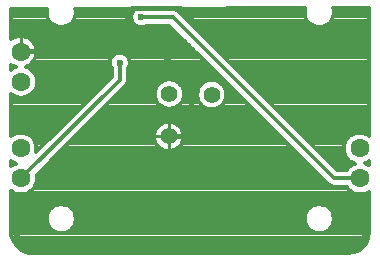
<source format=gbr>
%TF.GenerationSoftware,Novarm,DipTrace,3.2.0.1*%
%TF.CreationDate,2019-10-13T00:02:01+02:00*%
%FSLAX35Y35*%
%MOMM*%
%TF.FileFunction,Copper,L2,Bot*%
%TF.Part,Single*%
%TA.AperFunction,CopperBalancing*%
%ADD10C,0.25*%
%TA.AperFunction,Conductor*%
%ADD15C,0.4*%
%ADD16C,0.3*%
%TA.AperFunction,CopperBalancing*%
%ADD17C,0.35*%
%TA.AperFunction,ComponentPad*%
%ADD22C,1.6*%
%ADD23C,1.6*%
%ADD26C,1.4*%
%TA.AperFunction,ViaPad*%
%ADD27C,0.6*%
G75*
G01*
%LPD*%
X-182367Y-176800D2*
D15*
X-42977D1*
X5743Y-128080D1*
Y276593D1*
X-264410Y546747D1*
X-539317D1*
X-804783D1*
X-1427253D1*
X-1435000Y539000D1*
X-539317Y546747D2*
Y858680D1*
X-491390Y906607D1*
X-85720D1*
X255093Y565793D1*
X609240D1*
X-802737Y547193D2*
D16*
X-804783Y546747D1*
X1439000Y-533000D2*
X1216723D1*
X-147173Y830897D1*
X-414820D1*
X-596003Y446760D2*
Y301997D1*
X-1431000Y-533000D1*
D27*
X-414820Y830897D3*
X609240Y565793D3*
X-802737Y547193D3*
X-596003Y446760D3*
X-1478970Y858003D3*
X-1400993Y858200D3*
X-1479970Y778630D3*
X1485580Y864790D3*
X1489597Y791373D3*
X1406580Y864227D3*
X1437130Y-1081940D3*
X1479890Y-997570D3*
X1352763Y-1120077D3*
X-1431407Y-1084030D3*
X-1469543Y-1008657D3*
X-1356717Y-1124710D3*
X-1512680Y873423D2*
D17*
X-1219857D1*
X-965123D2*
X-490667D1*
X-88757D2*
X965113D1*
X1219917D2*
X1506657D1*
X-1512680Y838757D2*
X-1214457D1*
X-970523D2*
X-501877D1*
X-54097D2*
X970513D1*
X1214447D2*
X1506657D1*
X-1512613Y804090D2*
X-1197570D1*
X-987407D2*
X-497843D1*
X-19440D2*
X987400D1*
X1197633D2*
X1506727D1*
X-1512543Y769423D2*
X-1160863D1*
X-1024183D2*
X-475423D1*
X15220D2*
X1024177D1*
X1160853D2*
X1506727D1*
X-1512477Y734757D2*
X-151947D1*
X49877D2*
X1506793D1*
X-1512407Y700090D2*
X-117287D1*
X84603D2*
X1506793D1*
X-1512407Y665423D2*
X-1482630D1*
X-1387377D2*
X-82630D1*
X119263D2*
X1506863D1*
X-1333990Y630757D2*
X-47973D1*
X153920D2*
X1506863D1*
X-1310407Y596090D2*
X-13313D1*
X188580D2*
X1506930D1*
X-1299467Y561423D2*
X21343D1*
X223237D2*
X1506930D1*
X-1298170Y526757D2*
X-624787D1*
X-567203D2*
X56003D1*
X257897D2*
X1507000D1*
X-1306100Y492090D2*
X-670110D1*
X-521880D2*
X90660D1*
X292553D2*
X1507000D1*
X-1325307Y457423D2*
X-682757D1*
X-509303D2*
X125387D1*
X327213D2*
X1507067D1*
X-1365023Y422757D2*
X-679887D1*
X-512103D2*
X160047D1*
X361940D2*
X1507067D1*
X-1342057Y388090D2*
X-668400D1*
X-523590D2*
X194703D1*
X396597D2*
X1507137D1*
X-1312387Y353423D2*
X-668400D1*
X-523590D2*
X229363D1*
X431253D2*
X1507137D1*
X-1297897Y318757D2*
X-680160D1*
X-523590D2*
X264020D1*
X465913D2*
X1507203D1*
X-1293590Y284090D2*
X-714817D1*
X-525980D2*
X-251067D1*
X-102563D2*
X116910D1*
X247847D2*
X298680D1*
X500570D2*
X1507203D1*
X-1298443Y249423D2*
X-749543D1*
X-547650D2*
X-284497D1*
X-69137D2*
X78493D1*
X286263D2*
X333337D1*
X535230D2*
X1507273D1*
X-1313480Y214757D2*
X-784203D1*
X-582310D2*
X-299877D1*
X-53687D2*
X60923D1*
X303833D2*
X367993D1*
X569887D2*
X1507273D1*
X-1344310Y180090D2*
X-818860D1*
X-616967D2*
X-304183D1*
X-49450D2*
X54977D1*
X309713D2*
X402720D1*
X604547D2*
X1507340D1*
X-1511520Y145423D2*
X-853520D1*
X-651627D2*
X-298577D1*
X-55053D2*
X59010D1*
X305747D2*
X437380D1*
X639273D2*
X1507340D1*
X-1511520Y110757D2*
X-888177D1*
X-686283D2*
X-281420D1*
X-72213D2*
X74050D1*
X290707D2*
X472037D1*
X673930D2*
X1507410D1*
X-1511450Y76090D2*
X-922837D1*
X-720943D2*
X-243957D1*
X-109603D2*
X106727D1*
X258033D2*
X506697D1*
X708590D2*
X1507410D1*
X-1511383Y41423D2*
X-957493D1*
X-755670D2*
X541353D1*
X743247D2*
X1507477D1*
X-1511313Y6757D2*
X-992150D1*
X-790327D2*
X576013D1*
X777907D2*
X1507547D1*
X-1511247Y-27910D2*
X-1026877D1*
X-824987D2*
X610670D1*
X812563D2*
X1507547D1*
X-1511247Y-62577D2*
X-1061537D1*
X-859643D2*
X-233840D1*
X-130863D2*
X645330D1*
X847220D2*
X1507613D1*
X-1511177Y-97243D2*
X-1096193D1*
X-894303D2*
X-280873D1*
X-83900D2*
X680057D1*
X881880D2*
X1507613D1*
X-1511110Y-131910D2*
X-1130853D1*
X-928960D2*
X-301380D1*
X-63393D2*
X714713D1*
X916607D2*
X1507683D1*
X-1358737Y-166577D2*
X-1165510D1*
X-963617D2*
X-309377D1*
X-55397D2*
X749373D1*
X951263D2*
X1358797D1*
X-1322507Y-201243D2*
X-1200170D1*
X-998277D2*
X-307327D1*
X-57377D2*
X784030D1*
X985923D2*
X1322497D1*
X-1304730Y-235910D2*
X-1234827D1*
X-1033003D2*
X-294750D1*
X-69957D2*
X818690D1*
X1020580D2*
X1304723D1*
X-1297897Y-270577D2*
X-1269487D1*
X-1067660D2*
X-266860D1*
X-97917D2*
X853347D1*
X1055240D2*
X1297887D1*
X-1102320Y-305243D2*
X888003D1*
X1089897D2*
X1300213D1*
X-1136977Y-339910D2*
X922663D1*
X1124557D2*
X1312243D1*
X-1171637Y-374577D2*
X957390D1*
X1159213D2*
X1337740D1*
X-1510630Y-409243D2*
X-1485617D1*
X-1206293D2*
X992047D1*
X1193873D2*
X1384363D1*
X1493627D2*
X1507957D1*
X-1240953Y-443910D2*
X1026707D1*
X1228600D2*
X1335553D1*
X-1275610Y-478577D2*
X1061363D1*
X-1295093Y-513243D2*
X1096023D1*
X-1294410Y-547910D2*
X1130680D1*
X-1303090Y-582577D2*
X1165407D1*
X-1323393Y-617243D2*
X1331453D1*
X-1510287Y-651910D2*
X-1496020D1*
X-1365913D2*
X1373970D1*
X-1510220Y-686577D2*
X1508230D1*
X-1510150Y-721243D2*
X1508230D1*
X-1510083Y-755910D2*
X-1130170D1*
X-1054810D2*
X1054800D1*
X1130160D2*
X1508297D1*
X-1510013Y-790577D2*
X-1186703D1*
X-998343D2*
X998337D1*
X1186693D2*
X1508367D1*
X-1510013Y-825243D2*
X-1209467D1*
X-975513D2*
X975503D1*
X1209457D2*
X1508367D1*
X-1509947Y-859910D2*
X-1218967D1*
X-966010D2*
X966003D1*
X1218960D2*
X1508433D1*
X-1509877Y-894577D2*
X-1218353D1*
X-966627D2*
X966687D1*
X1218343D2*
X1508433D1*
X-1509810Y-929243D2*
X-1207417D1*
X-977633D2*
X977623D1*
X1207407D2*
X1508503D1*
X-1509740Y-963910D2*
X-1182260D1*
X-1002720D2*
X1002713D1*
X1182320D2*
X1508503D1*
X-1509740Y-998577D2*
X-1104943D1*
X-1080020D2*
X1080027D1*
X1104983D2*
X1507887D1*
X-1502223Y-1033243D2*
X1502623D1*
X-1490807Y-1067910D2*
X1491617D1*
X-1463940Y-1102577D2*
X1467213D1*
X-1424430Y-1137243D2*
X1425513D1*
X-1297513Y274493D2*
X-1300800Y253740D1*
X-1307293Y233760D1*
X-1316830Y215037D1*
X-1329180Y198040D1*
X-1344040Y183180D1*
X-1361037Y170830D1*
X-1379760Y161293D1*
X-1399740Y154800D1*
X-1420493Y151513D1*
X-1441507D1*
X-1462260Y154800D1*
X-1482240Y161293D1*
X-1500963Y170830D1*
X-1515090Y180920D1*
X-1514537Y-171313D1*
X-1504963Y-164830D1*
X-1486240Y-155293D1*
X-1466260Y-148800D1*
X-1445507Y-145513D1*
X-1424493D1*
X-1403740Y-148800D1*
X-1383760Y-155293D1*
X-1365037Y-164830D1*
X-1348040Y-177180D1*
X-1333180Y-192040D1*
X-1320830Y-209037D1*
X-1311293Y-227760D1*
X-1304800Y-247740D1*
X-1301513Y-268493D1*
Y-289507D1*
X-1304583Y-309170D1*
X-664897Y330543D1*
X-664903Y398863D1*
X-670760Y408670D1*
X-675797Y420833D1*
X-678870Y433637D1*
X-679903Y446760D1*
X-678870Y459883D1*
X-675797Y472687D1*
X-670760Y484850D1*
X-663880Y496077D1*
X-655330Y506087D1*
X-645320Y514637D1*
X-634093Y521517D1*
X-621930Y526553D1*
X-609127Y529627D1*
X-596003Y530660D1*
X-582880Y529627D1*
X-570077Y526553D1*
X-557913Y521517D1*
X-546687Y514637D1*
X-536677Y506087D1*
X-528127Y496077D1*
X-521247Y484850D1*
X-516210Y472687D1*
X-513137Y459883D1*
X-512103Y446760D1*
X-513137Y433637D1*
X-516210Y420833D1*
X-521247Y408670D1*
X-527113Y398963D1*
X-527317Y296590D1*
X-529007Y285913D1*
X-532347Y275630D1*
X-537257Y265997D1*
X-543610Y257250D1*
X-609157Y191407D1*
X-1301107Y-500543D1*
X-1298750Y-512053D1*
X-1297100Y-533000D1*
X-1298750Y-553947D1*
X-1303653Y-574377D1*
X-1311693Y-593790D1*
X-1322673Y-611703D1*
X-1336320Y-627680D1*
X-1352297Y-641327D1*
X-1370210Y-652307D1*
X-1389623Y-660347D1*
X-1410053Y-665250D1*
X-1431000Y-666900D1*
X-1451947Y-665250D1*
X-1472377Y-660347D1*
X-1491790Y-652307D1*
X-1509703Y-641327D1*
X-1513800Y-638097D1*
X-1513197Y-1010550D1*
X-1492270Y-1074033D1*
X-1444743Y-1128737D1*
X-1398600Y-1152103D1*
X-1356010Y-1160767D1*
X1337653Y-1161323D1*
X1417427Y-1145567D1*
X1463427Y-1112687D1*
X1494773Y-1068990D1*
X1507140Y-1030023D1*
X1512043Y-993777D1*
X1511683Y-645453D1*
X1499790Y-652307D1*
X1480377Y-660347D1*
X1459947Y-665250D1*
X1439000Y-666900D1*
X1418053Y-665250D1*
X1397623Y-660347D1*
X1378210Y-652307D1*
X1360297Y-641327D1*
X1344320Y-627680D1*
X1330673Y-611703D1*
X1324250Y-601923D1*
X1211317Y-601687D1*
X1200640Y-599997D1*
X1190357Y-596657D1*
X1180723Y-591747D1*
X1171977Y-585393D1*
X1106133Y-519847D1*
X-175727Y762010D1*
X-366950Y761997D1*
X-376730Y756140D1*
X-388893Y751103D1*
X-401697Y748030D1*
X-414820Y746997D1*
X-427943Y748030D1*
X-440747Y751103D1*
X-452910Y756140D1*
X-464137Y763020D1*
X-474147Y771570D1*
X-482697Y781580D1*
X-489577Y792807D1*
X-494613Y804970D1*
X-497687Y817773D1*
X-498720Y830897D1*
X-497687Y844020D1*
X-494613Y856823D1*
X-489577Y868987D1*
X-482697Y880213D1*
X-474147Y890223D1*
X-464137Y898773D1*
X-452747Y905727D1*
X-972377Y905100D1*
X-970127Y894383D1*
X-968600Y875000D1*
X-970127Y855617D1*
X-974663Y836713D1*
X-982103Y818750D1*
X-992263Y802173D1*
X-1004890Y787390D1*
X-1019673Y774763D1*
X-1036250Y764603D1*
X-1054213Y757163D1*
X-1073117Y752627D1*
X-1092500Y751100D1*
X-1111883Y752627D1*
X-1130787Y757163D1*
X-1148750Y764603D1*
X-1165327Y774763D1*
X-1180110Y787390D1*
X-1192737Y802173D1*
X-1202897Y818750D1*
X-1210337Y836713D1*
X-1214873Y855617D1*
X-1216400Y875000D1*
X-1214873Y894383D1*
X-1212720Y904837D1*
X-1516243Y904450D1*
X-1515843Y645717D1*
X-1502710Y654520D1*
X-1490283Y660953D1*
X-1477253Y666057D1*
X-1463763Y669773D1*
X-1449957Y672063D1*
X-1435990Y672897D1*
X-1422010Y672270D1*
X-1408173Y670183D1*
X-1394627Y666670D1*
X-1381523Y661757D1*
X-1369003Y655507D1*
X-1357203Y647983D1*
X-1346257Y639267D1*
X-1336277Y629460D1*
X-1327373Y618660D1*
X-1319647Y606993D1*
X-1313183Y594583D1*
X-1308047Y581567D1*
X-1304297Y568083D1*
X-1301977Y554287D1*
X-1301100Y539000D1*
X-1301830Y525027D1*
X-1304017Y511203D1*
X-1307633Y497687D1*
X-1312640Y484617D1*
X-1318983Y472147D1*
X-1326597Y460403D1*
X-1335390Y449517D1*
X-1345273Y439610D1*
X-1356137Y430790D1*
X-1367860Y423150D1*
X-1380317Y416773D1*
X-1390643Y412667D1*
X-1379760Y408707D1*
X-1361037Y399170D1*
X-1344040Y386820D1*
X-1329180Y371960D1*
X-1316830Y354963D1*
X-1307293Y336240D1*
X-1300800Y316260D1*
X-1297513Y295507D1*
Y274493D1*
X-1515413Y388827D2*
X-1500963Y399170D1*
X-1482240Y408707D1*
X-1475267Y411280D1*
X-1489080Y416507D1*
X-1501570Y422820D1*
X-1515493Y432007D1*
X-1515433Y388960D1*
X-1514123Y-428157D2*
X-1500963Y-418830D1*
X-1482240Y-409293D1*
X-1475267Y-406720D1*
X-1486240Y-402707D1*
X-1504963Y-393170D1*
X-1514187Y-386947D1*
X-1514127Y-428070D1*
X1324250Y-464077D2*
X1330673Y-454297D1*
X1344320Y-438320D1*
X1360297Y-424673D1*
X1378210Y-413693D1*
X1394733Y-406720D1*
X1383760Y-402707D1*
X1365037Y-393170D1*
X1348040Y-380820D1*
X1333180Y-365960D1*
X1320830Y-348963D1*
X1311293Y-330240D1*
X1304800Y-310260D1*
X1301513Y-289507D1*
Y-268493D1*
X1304800Y-247740D1*
X1311293Y-227760D1*
X1320830Y-209037D1*
X1333180Y-192040D1*
X1348040Y-177180D1*
X1365037Y-164830D1*
X1383760Y-155293D1*
X1403740Y-148800D1*
X1424493Y-145513D1*
X1445507D1*
X1466260Y-148800D1*
X1486240Y-155293D1*
X1504963Y-164830D1*
X1511210Y-169007D1*
X1510087Y908080D1*
X1211977Y907713D1*
X1214873Y894383D1*
X1216400Y875000D1*
X1214873Y855617D1*
X1210337Y836713D1*
X1202897Y818750D1*
X1192737Y802173D1*
X1180110Y787390D1*
X1165327Y774763D1*
X1148750Y764603D1*
X1130787Y757163D1*
X1111883Y752627D1*
X1092500Y751100D1*
X1073117Y752627D1*
X1054213Y757163D1*
X1036250Y764603D1*
X1019673Y774763D1*
X1004890Y787390D1*
X992263Y802173D1*
X982103Y818750D1*
X974663Y836713D1*
X970127Y855617D1*
X968600Y875000D1*
X970127Y894383D1*
X973003Y907400D1*
X-376730Y905653D1*
X-367023Y899787D1*
X-141767Y899583D1*
X-131090Y897893D1*
X-120807Y894553D1*
X-111173Y889643D1*
X-102427Y883290D1*
X-36583Y817743D1*
X1245277Y-464113D1*
X1324253Y-464100D1*
X1479310Y-405353D2*
X1490240Y-409293D1*
X1508963Y-418830D1*
X1511457Y-420497D1*
X1511420Y-388970D1*
X1495790Y-398307D1*
X1479267Y-405280D1*
X1216017Y-884720D2*
X1212977Y-903923D1*
X1206970Y-922413D1*
X1198143Y-939737D1*
X1186713Y-955467D1*
X1172967Y-969213D1*
X1157237Y-980643D1*
X1139913Y-989470D1*
X1121423Y-995477D1*
X1102220Y-998517D1*
X1082780D1*
X1063577Y-995477D1*
X1045087Y-989470D1*
X1027763Y-980643D1*
X1012033Y-969213D1*
X998287Y-955467D1*
X986857Y-939737D1*
X978030Y-922413D1*
X972023Y-903923D1*
X968983Y-884720D1*
Y-865280D1*
X972023Y-846077D1*
X978030Y-827587D1*
X986857Y-810263D1*
X998287Y-794533D1*
X1012033Y-780787D1*
X1027763Y-769357D1*
X1045087Y-760530D1*
X1063577Y-754523D1*
X1082780Y-751483D1*
X1102220D1*
X1121423Y-754523D1*
X1139913Y-760530D1*
X1157237Y-769357D1*
X1172967Y-780787D1*
X1186713Y-794533D1*
X1198143Y-810263D1*
X1206970Y-827587D1*
X1212977Y-846077D1*
X1216017Y-865280D1*
Y-884720D1*
X-968983D2*
X-972023Y-903923D1*
X-978030Y-922413D1*
X-986857Y-939737D1*
X-998287Y-955467D1*
X-1012033Y-969213D1*
X-1027763Y-980643D1*
X-1045087Y-989470D1*
X-1063577Y-995477D1*
X-1082780Y-998517D1*
X-1102220D1*
X-1121423Y-995477D1*
X-1139913Y-989470D1*
X-1157237Y-980643D1*
X-1172967Y-969213D1*
X-1186713Y-955467D1*
X-1198143Y-939737D1*
X-1206970Y-922413D1*
X-1212977Y-903923D1*
X-1216017Y-884720D1*
Y-865280D1*
X-1212977Y-846077D1*
X-1206970Y-827587D1*
X-1198143Y-810263D1*
X-1186713Y-794533D1*
X-1172967Y-780787D1*
X-1157237Y-769357D1*
X-1139913Y-760530D1*
X-1121423Y-754523D1*
X-1102220Y-751483D1*
X-1082780D1*
X-1063577Y-754523D1*
X-1045087Y-760530D1*
X-1027763Y-769357D1*
X-1012033Y-780787D1*
X-998287Y-794533D1*
X-986857Y-810263D1*
X-978030Y-827587D1*
X-972023Y-846077D1*
X-968983Y-865280D1*
Y-884720D1*
X305883Y167080D2*
X302843Y147877D1*
X296837Y129387D1*
X288010Y112063D1*
X276580Y96333D1*
X262833Y82587D1*
X247103Y71157D1*
X229780Y62330D1*
X211290Y56323D1*
X192087Y53283D1*
X172647D1*
X153443Y56323D1*
X134953Y62330D1*
X117630Y71157D1*
X101900Y82587D1*
X88153Y96333D1*
X76723Y112063D1*
X67897Y129387D1*
X61890Y147877D1*
X58850Y167080D1*
Y186520D1*
X61890Y205723D1*
X67897Y224213D1*
X76723Y241537D1*
X88153Y257267D1*
X101900Y271013D1*
X117630Y282443D1*
X134953Y291270D1*
X153443Y297277D1*
X172647Y300317D1*
X192087D1*
X211290Y297277D1*
X229780Y291270D1*
X247103Y282443D1*
X262833Y271013D1*
X276580Y257267D1*
X288010Y241537D1*
X296837Y224213D1*
X302843Y205723D1*
X305883Y186520D1*
Y167080D1*
X-58517Y-180300D2*
X-59700Y-194243D1*
X-62450Y-207963D1*
X-66727Y-221283D1*
X-72480Y-234040D1*
X-79637Y-246063D1*
X-88100Y-257207D1*
X-97767Y-267323D1*
X-108513Y-276283D1*
X-120203Y-283977D1*
X-132683Y-290303D1*
X-145797Y-295180D1*
X-159380Y-298550D1*
X-173253Y-300363D1*
X-187243Y-300603D1*
X-201173Y-299263D1*
X-214860Y-296363D1*
X-228133Y-291937D1*
X-240823Y-286043D1*
X-252770Y-278753D1*
X-263817Y-270167D1*
X-273823Y-260387D1*
X-282667Y-249540D1*
X-290227Y-237770D1*
X-296413Y-225217D1*
X-301147Y-212050D1*
X-304363Y-198433D1*
X-306023Y-184537D1*
X-306110Y-170547D1*
X-304613Y-156633D1*
X-301560Y-142977D1*
X-296987Y-129753D1*
X-290953Y-117130D1*
X-283530Y-105267D1*
X-274820Y-94317D1*
X-264930Y-84417D1*
X-253987Y-75697D1*
X-242130Y-68267D1*
X-229513Y-62220D1*
X-216293Y-57637D1*
X-202640Y-54570D1*
X-188730Y-53063D1*
X-174737Y-53137D1*
X-160840Y-54783D1*
X-147220Y-57990D1*
X-134050Y-62710D1*
X-121493Y-68887D1*
X-109713Y-76437D1*
X-98860Y-85270D1*
X-89073Y-95270D1*
X-80473Y-106307D1*
X-73177Y-118247D1*
X-67270Y-130930D1*
X-62833Y-144200D1*
X-59920Y-157887D1*
X-58567Y-171813D1*
X-58517Y-180300D1*
X-53283Y172647D2*
X-56323Y153443D1*
X-62330Y134953D1*
X-71157Y117630D1*
X-82587Y101900D1*
X-96333Y88153D1*
X-112063Y76723D1*
X-129387Y67897D1*
X-147877Y61890D1*
X-167080Y58850D1*
X-186520D1*
X-205723Y61890D1*
X-224213Y67897D1*
X-241537Y76723D1*
X-257267Y88153D1*
X-271013Y101900D1*
X-282443Y117630D1*
X-291270Y134953D1*
X-297277Y153443D1*
X-300317Y172647D1*
Y192087D1*
X-297277Y211290D1*
X-291270Y229780D1*
X-282443Y247103D1*
X-271013Y262833D1*
X-257267Y276580D1*
X-241537Y288010D1*
X-224213Y296837D1*
X-205723Y302843D1*
X-186520Y305883D1*
X-167080D1*
X-147877Y302843D1*
X-129387Y296837D1*
X-112063Y288010D1*
X-96333Y276580D1*
X-82587Y262833D1*
X-71157Y247103D1*
X-62330Y229780D1*
X-56323Y211290D1*
X-53283Y192087D1*
Y172647D1*
X-1435000Y672830D2*
D10*
Y539000D1*
X-1301170D1*
X-182367Y-52970D2*
Y-300630D1*
X-306197Y-176800D2*
X-58537D1*
D22*
X-1431000Y285000D3*
D23*
X-1435000Y539000D3*
D22*
X-1431000Y-533000D3*
D23*
X-1435000Y-279000D3*
D22*
X1439000Y-533000D3*
D23*
X1435000Y-279000D3*
D26*
X182367Y176800D3*
X-182367Y-176800D3*
X-176800Y182367D3*
M02*

</source>
